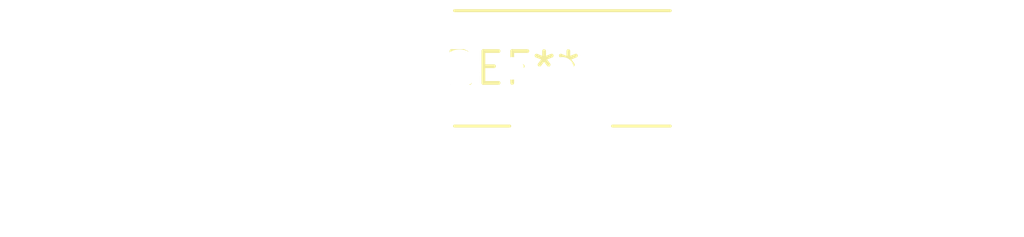
<source format=kicad_pcb>
(kicad_pcb (version 20240108) (generator pcbnew)
  (layers (0 "F.Cu" signal) (31 "B.Cu" signal) (34 "B.Paste" user) (35 "F.Paste" user) (36 "B.SilkS" user "B.Silkscreen") (37 "F.SilkS" user "F.Silkscreen") (38 "B.Mask" user) (39 "F.Mask" user) (44 "Edge.Cuts" user))
  (net 0 "")
  (footprint "SW_Slide_SPDT_Angled_CK_OS102011MA1Q" (layer "F.Cu") (at 0 0)
    (property "Reference" "REF**")
    (property "Value" "SW_Slide_SPDT_Angled_CK_OS102011MA1Q")
    (fp_line (start -2.3 -2.3) (end 6.3 -2.3) (layer "F.SilkS") (stroke (width 0.12)))
    (fp_line (start -2.3 2.3) (end -0.1 2.3) (layer "F.SilkS") (stroke (width 0.12)))
    (fp_line (start 4 2.3) (end 6.3 2.3) (layer "F.SilkS") (stroke (width 0.12)))
    (pad "" thru_hole oval (at -2.1 0) (size 2.2 3.5) (drill 1.5) (layers *.Cu *.Mask) (remove_unused_layers))
    (pad "" thru_hole oval (at 6.1 0) (size 2.2 3.5) (drill 1.5) (layers *.Cu *.Mask) (remove_unused_layers))
    (pad "1" thru_hole rect (at 0 0) (size 1.5 2.5) (drill 0.9) (layers *.Cu *.Mask) (remove_unused_layers))
    (pad "2" thru_hole oval (at 2 0) (size 1.5 2.5) (drill 0.9) (layers *.Cu *.Mask) (remove_unused_layers))
    (pad "3" thru_hole oval (at 4 0) (size 1.5 2.5) (drill 0.9) (layers *.Cu *.Mask) (remove_unused_layers))
  )
)
</source>
